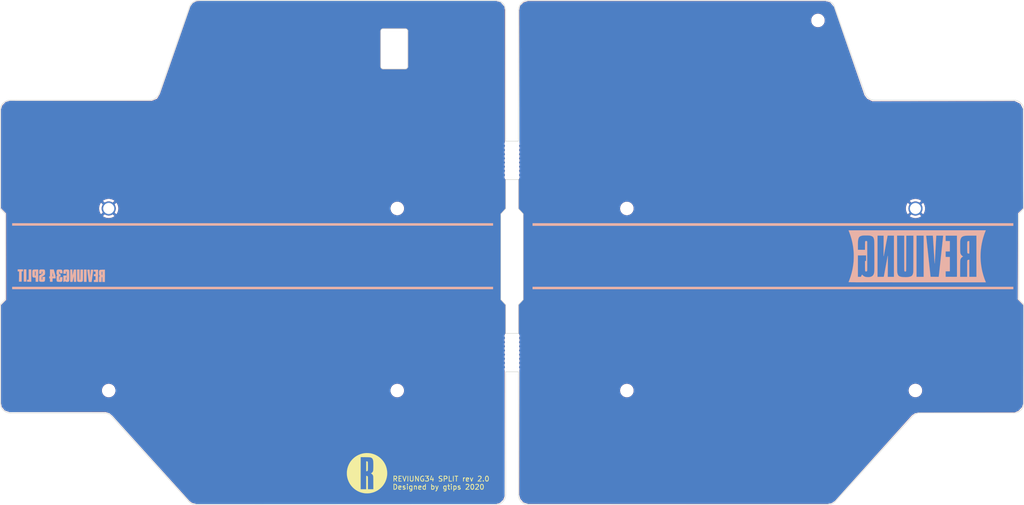
<source format=kicad_pcb>
(kicad_pcb (version 20221018) (generator pcbnew)
  (title_block (title "REVIUNG34-SPLIT-BOTTOM") (date "2020-10-19") (rev "2.0"))
  (layers (0 "F.Cu" signal) (31 "B.Cu" signal) (34 "B.Paste" user) (35 "F.Paste" user) (36 "B.SilkS" user "B.Silkscreen") (37 "F.SilkS" user "F.Silkscreen") (38 "B.Mask" user) (39 "F.Mask" user) (44 "Edge.Cuts" user))
  (net 0 "")
  (net 1 "GND")
  (footprint "_reviung-kbd:MountingHole_2.2mm_M2_Pad" (layer "F.Cu") (at 71.4 91.28)
    (fp_text reference "H1" hide)
    (fp_text value "MountingHole_Pad")
    (pad "1" thru_hole circle (at 0 0) (size 2.8 2.8) (drill 2.2) (layers "*.Cu" "*.Mask") (net 1 "GND"))
  )
  (footprint "_reviung-kbd:R-x4-ver1" (layer "F.Cu") (at 122.55 143.75)
    (fp_text reference "G***" hide)
    (fp_text value "LOGO" hide)
  )
  (footprint "_reviung-kbd:MountingHole_2.2mm_M2_Pad" (layer "F.Cu") (at 231.19 91.29)
    (fp_text reference "H2")
    (fp_text value "MountingHole_Pad")
    (pad "1" thru_hole circle (at 0 0) (size 2.8 2.8) (drill 2.2) (layers "*.Cu" "*.Mask") (net 1 "GND"))
  )
  (footprint "MountingHole:MountingHole_2.2mm_M2" (layer "F.Cu") (at 211.88 54)
    (fp_text reference "REF**")
    (fp_text value "MountingHole_2.2mm_M2")
    (pad "" np_thru_hole circle (at 0 0) (size 2.2 2.2) (drill 2.2) (layers "*.Cu" "*.Mask"))
  )
  (footprint "MountingHole:MountingHole_2.2mm_M2" (layer "F.Cu") (at 231.18 127.37)
    (fp_text reference "REF**")
    (fp_text value "MountingHole_2.2mm_M2")
    (pad "" np_thru_hole circle (at 0 0) (size 2.2 2.2) (drill 2.2) (layers "*.Cu" "*.Mask"))
  )
  (footprint "MountingHole:MountingHole_2.2mm_M2" (layer "F.Cu") (at 174.03 127.38)
    (fp_text reference "REF**")
    (fp_text value "MountingHole_2.2mm_M2")
    (pad "" np_thru_hole circle (at 0 0) (size 2.2 2.2) (drill 2.2) (layers "*.Cu" "*.Mask"))
  )
  (footprint "MountingHole:MountingHole_2.2mm_M2" (layer "F.Cu") (at 174.03 91.28)
    (fp_text reference "REF**")
    (fp_text value "MountingHole_2.2mm_M2")
    (pad "" np_thru_hole circle (at 0 0) (size 2.2 2.2) (drill 2.2) (layers "*.Cu" "*.Mask"))
  )
  (footprint "MountingHole:MountingHole_2.2mm_M2" (layer "F.Cu") (at 128.56 91.28)
    (fp_text reference "REF**")
    (fp_text value "MountingHole_2.2mm_M2")
    (pad "" np_thru_hole circle (at 0 0) (size 2.2 2.2) (drill 2.2) (layers "*.Cu" "*.Mask"))
  )
  (footprint "MountingHole:MountingHole_2.2mm_M2" (layer "F.Cu") (at 128.55 127.38)
    (fp_text reference "REF**")
    (fp_text value "MountingHole_2.2mm_M2")
    (pad "" np_thru_hole circle (at 0 0) (size 2.2 2.2) (drill 2.2) (layers "*.Cu" "*.Mask"))
  )
  (footprint "MountingHole:MountingHole_2.2mm_M2" (layer "F.Cu") (at 71.4 127.38)
    (fp_text reference "REF**")
    (fp_text value "MountingHole_2.2mm_M2")
    (pad "" np_thru_hole circle (at 0 0) (size 2.2 2.2) (drill 2.2) (layers "*.Cu" "*.Mask"))
  )
  (footprint "_reviung-kbd:Stamp_Holes_7.5mm" (layer "F.Cu") (at 150.31 81.76 90)
    (fp_text reference "breakaway" hide)
    (fp_text value "Stamp_Holes_7.5mm")
    (pad "" np_thru_hole circle (at -3.3 0 90) (size 0.6 0.6) (drill 0.6) (layers "*.Cu" "*.Mask"))
    (pad "" np_thru_hole circle (at -2.475 0 90) (size 0.6 0.6) (drill 0.6) (layers "*.Cu" "*.Mask"))
    (pad "" np_thru_hole circle (at -1.65 0 90) (size 0.6 0.6) (drill 0.6) (layers "*.Cu" "*.Mask"))
    (pad "" np_thru_hole circle (at -0.825 0 90) (size 0.6 0.6) (drill 0.6) (layers "*.Cu" "*.Mask"))
    (pad "" np_thru_hole circle (at 0 0 90) (size 0.6 0.6) (drill 0.6) (layers "*.Cu" "*.Mask"))
    (pad "" np_thru_hole circle (at 0.825 0 90) (size 0.6 0.6) (drill 0.6) (layers "*.Cu" "*.Mask"))
    (pad "" np_thru_hole circle (at 1.65 0 90) (size 0.6 0.6) (drill 0.6) (layers "*.Cu" "*.Mask"))
    (pad "" np_thru_hole circle (at 2.475 0 90) (size 0.6 0.6) (drill 0.6) (layers "*.Cu" "*.Mask"))
    (pad "" np_thru_hole circle (at 3.3 0.01 90) (size 0.6 0.6) (drill 0.6) (layers "*.Cu" "*.Mask"))
  )
  (footprint "_reviung-kbd:Stamp_Holes_7.5mm" (layer "F.Cu") (at 152.25 81.76 -90)
    (fp_text reference "breakaway" hide)
    (fp_text value "Stamp_Holes_7.5mm")
    (pad "" np_thru_hole circle (at -3.3 0 270) (size 0.6 0.6) (drill 0.6) (layers "*.Cu" "*.Mask"))
    (pad "" np_thru_hole circle (at -2.475 0 270) (size 0.6 0.6) (drill 0.6) (layers "*.Cu" "*.Mask"))
    (pad "" np_thru_hole circle (at -1.65 0 270) (size 0.6 0.6) (drill 0.6) (layers "*.Cu" "*.Mask"))
    (pad "" np_thru_hole circle (at -0.825 0 270) (size 0.6 0.6) (drill 0.6) (layers "*.Cu" "*.Mask"))
    (pad "" np_thru_hole circle (at 0 0 270) (size 0.6 0.6) (drill 0.6) (layers "*.Cu" "*.Mask"))
    (pad "" np_thru_hole circle (at 0.825 0 270) (size 0.6 0.6) (drill 0.6) (layers "*.Cu" "*.Mask"))
    (pad "" np_thru_hole circle (at 1.65 0 270) (size 0.6 0.6) (drill 0.6) (layers "*.Cu" "*.Mask"))
    (pad "" np_thru_hole circle (at 2.475 0 270) (size 0.6 0.6) (drill 0.6) (layers "*.Cu" "*.Mask"))
    (pad "" np_thru_hole circle (at 3.3 0.01 270) (size 0.6 0.6) (drill 0.6) (layers "*.Cu" "*.Mask"))
  )
  (footprint "_reviung-kbd:Stamp_Holes_7.5mm" (layer "F.Cu") (at 150.31 119.85 90)
    (fp_text reference "breakaway" hide)
    (fp_text value "Stamp_Holes_7.5mm")
    (pad "" np_thru_hole circle (at -3.3 0 90) (size 0.6 0.6) (drill 0.6) (layers "*.Cu" "*.Mask"))
    (pad "" np_thru_hole circle (at -2.475 0 90) (size 0.6 0.6) (drill 0.6) (layers "*.Cu" "*.Mask"))
    (pad "" np_thru_hole circle (at -1.65 0 90) (size 0.6 0.6) (drill 0.6) (layers "*.Cu" "*.Mask"))
    (pad "" np_thru_hole circle (at -0.825 0 90) (size 0.6 0.6) (drill 0.6) (layers "*.Cu" "*.Mask"))
    (pad "" np_thru_hole circle (at 0 0 90) (size 0.6 0.6) (drill 0.6) (layers "*.Cu" "*.Mask"))
    (pad "" np_thru_hole circle (at 0.825 0 90) (size 0.6 0.6) (drill 0.6) (layers "*.Cu" "*.Mask"))
    (pad "" np_thru_hole circle (at 1.65 0 90) (size 0.6 0.6) (drill 0.6) (layers "*.Cu" "*.Mask"))
    (pad "" np_thru_hole circle (at 2.475 0 90) (size 0.6 0.6) (drill 0.6) (layers "*.Cu" "*.Mask"))
    (pad "" np_thru_hole circle (at 3.3 0.01 90) (size 0.6 0.6) (drill 0.6) (layers "*.Cu" "*.Mask"))
  )
  (footprint "_reviung-kbd:Stamp_Holes_7.5mm" (layer "F.Cu") (at 152.25 119.85 -90)
    (fp_text reference "breakaway" hide)
    (fp_text value "Stamp_Holes_7.5mm")
    (pad "" np_thru_hole circle (at -3.3 0 270) (size 0.6 0.6) (drill 0.6) (layers "*.Cu" "*.Mask"))
    (pad "" np_thru_hole circle (at -2.475 0 270) (size 0.6 0.6) (drill 0.6) (layers "*.Cu" "*.Mask"))
    (pad "" np_thru_hole circle (at -1.65 0 270) (size 0.6 0.6) (drill 0.6) (layers "*.Cu" "*.Mask"))
    (pad "" np_thru_hole circle (at -0.825 0 270) (size 0.6 0.6) (drill 0.6) (layers "*.Cu" "*.Mask"))
    (pad "" np_thru_hole circle (at 0 0 270) (size 0.6 0.6) (drill 0.6) (layers "*.Cu" "*.Mask"))
    (pad "" np_thru_hole circle (at 0.825 0 270) (size 0.6 0.6) (drill 0.6) (layers "*.Cu" "*.Mask"))
    (pad "" np_thru_hole circle (at 1.65 0 270) (size 0.6 0.6) (drill 0.6) (layers "*.Cu" "*.Mask"))
    (pad "" np_thru_hole circle (at 2.475 0 270) (size 0.6 0.6) (drill 0.6) (layers "*.Cu" "*.Mask"))
    (pad "" np_thru_hole circle (at 3.3 0.01 270) (size 0.6 0.6) (drill 0.6) (layers "*.Cu" "*.Mask"))
  )
  (footprint "_reviung-kbd:REVIUNG34-split-BP-R-logo-ver2" (layer "B.Cu") (at 99.9 100.75 180)
    (fp_text reference "G***" hide)
    (fp_text value "LOGO" hide)
  )
  (footprint "_reviung-kbd:REVIUNG34-split-BP-L-logo-ver2" (layer "B.Cu") (at 202.95 100.75 180)
    (fp_text reference "G***" hide)
    (fp_text value "LOGO" hide)
  )
  (gr_curve (pts (xy 150.020615 123.660517) (xy 150.020615 123.660517) (xy 152.559887 123.660517) (xy 152.559887 123.660517)) (stroke (width 0.1)) (layer "Edge.Cuts"))
  (gr_curve (pts (xy 148.019768 150.039936) (xy 149.124698 150.040431) (xy 150.020683 149.144846) (xy 150.02068 148.039915)) (stroke (width 0.1)) (layer "Edge.Cuts"))
  (gr_curve (pts (xy 79.514927 69.80054) (xy 79.514927 69.80054) (xy 51.920445 69.80054) (xy 51.920445 69.80054)) (stroke (width 0.1)) (layer "Edge.Cuts"))
  (gr_curve (pts (xy 89.284142 49.999595) (xy 88.434301 49.999574) (xy 87.677241 50.536664) (xy 87.396466 51.33879)) (stroke (width 0.1)) (layer "Edge.Cuts"))
  (gr_line (start 150.020594 110.371233) (end 149.061673 109.346231) (stroke (width 0.1)) (layer "Edge.Cuts"))
  (gr_line (start 149.061673 109.346231) (end 149.061673 92.364236) (stroke (width 0.1)) (layer "Edge.Cuts"))
  (gr_curve (pts (xy 130.151867 63.624604) (xy 130.151867 63.624604) (xy 125.751877 63.624582) (xy 125.751877 63.624582)) (stroke (width 0.1)) (layer "Edge.Cuts"))
  (gr_line (start 152.559909 110.371233) (end 152.559887 116.040526) (stroke (width 0.1)) (layer "Edge.Cuts"))
  (gr_curve (pts (xy 50.938269 109.304998) (xy 50.938269 109.304998) (xy 49.920502 110.33) (xy 49.920502 110.33)) (stroke (width 0.1)) (layer "Edge.Cuts"))
  (gr_line (start 152.559909 91.316776) (end 153.51883 92.364236) (stroke (width 0.1)) (layer "Edge.Cuts"))
  (gr_curve (pts (xy 125.751877 55.624597) (xy 125.751877 55.624597) (xy 130.151888 55.624597) (xy 130.151888 55.624597)) (stroke (width 0.1)) (layer "Edge.Cuts"))
  (gr_curve (pts (xy 213.82715 150.013387) (xy 214.392592 150.013134) (xy 214.931502 149.77354) (xy 215.310493 149.35391)) (stroke (width 0.1)) (layer "Edge.Cuts"))
  (gr_curve (pts (xy 154.560721 150.039936) (xy 154.560721 150.039936) (xy 213.82715 150.013387) (xy 213.82715 150.013387)) (stroke (width 0.1)) (layer "Edge.Cuts"))
  (gr_line (start 150.020594 85.560517) (end 152.559909 85.560517) (stroke (width 0.1)) (layer "Edge.Cuts"))
  (gr_curve (pts (xy 152.559816 148.039922) (xy 152.559813 149.144848) (xy 153.455794 150.040431) (xy 154.560721 150.039936)) (stroke (width 0.1)) (layer "Edge.Cuts"))
  (gr_curve (pts (xy 88.75336 150.013387) (xy 88.75336 150.013387) (xy 148.019768 150.039936) (xy 148.019768 150.039936)) (stroke (width 0.1)) (layer "Edge.Cuts"))
  (gr_line (start 149.061673 92.364236) (end 150.020594 91.316776) (stroke (width 0.1)) (layer "Edge.Cuts"))
  (gr_curve (pts (xy 221.1779 68.461345) (xy 221.1779 68.461345) (xy 215.184036 51.33879) (xy 215.184036 51.33879)) (stroke (width 0.1)) (layer "Edge.Cuts"))
  (gr_line (start 152.559909 85.560517) (end 152.559909 91.316776) (stroke (width 0.1)) (layer "Edge.Cuts"))
  (gr_curve (pts (xy 130.151888 55.624597) (xy 130.428013 55.624597) (xy 130.651879 55.848463) (xy 130.651879 56.124588)) (stroke (width 0.1)) (layer "Edge.Cuts"))
  (gr_curve (pts (xy 154.559916 49.999617) (xy 153.455342 49.999617) (xy 152.559909 50.895051) (xy 152.559909 51.999625)) (stroke (width 0.1)) (layer "Edge.Cuts"))
  (gr_curve (pts (xy 215.310493 149.35391) (xy 215.310493 149.35391) (xy 230.568441 132.495837) (xy 230.568441 132.495837)) (stroke (width 0.1)) (layer "Edge.Cuts"))
  (gr_curve (pts (xy 152.559909 77.940526) (xy 152.559909 77.940526) (xy 150.020594 77.940526) (xy 150.020594 77.940526)) (stroke (width 0.1)) (layer "Edge.Cuts"))
  (gr_curve (pts (xy 87.270004 149.353904) (xy 87.648999 149.773538) (xy 88.187914 150.013134) (xy 88.75336 150.013387)) (stroke (width 0.1)) (layer "Edge.Cuts"))
  (gr_curve (pts (xy 130.651879 56.124588) (xy 130.651879 56.124588) (xy 130.651879 63.124591) (xy 130.651879 63.124591)) (stroke (width 0.1)) (layer "Edge.Cuts"))
  (gr_curve (pts (xy 223.06557 69.80054) (xy 222.215725 69.80054) (xy 221.458687 69.263464) (xy 221.1779 68.461345)) (stroke (width 0.1)) (layer "Edge.Cuts"))
  (gr_curve (pts (xy 230.568441 132.495837) (xy 230.947595 132.076921) (xy 231.486253 131.837926) (xy 232.051273 131.837925)) (stroke (width 0.1)) (layer "Edge.Cuts"))
  (gr_curve (pts (xy 49.920438 71.800547) (xy 49.920438 71.800547) (xy 49.920438 91.275543) (xy 49.920438 91.275543)) (stroke (width 0.1)) (layer "Edge.Cuts"))
  (gr_line (start 153.51883 109.346231) (end 152.559909 110.371233) (stroke (width 0.1)) (layer "Edge.Cuts"))
  (gr_curve (pts (xy 252.660065 91.275543) (xy 252.660065 91.275543) (xy 252.660065 71.800547) (xy 252.660065 71.800547)) (stroke (width 0.1)) (layer "Edge.Cuts"))
  (gr_curve (pts (xy 50.938269 92.323003) (xy 50.938269 92.323003) (xy 50.938269 109.304998) (xy 50.938269 109.304998)) (stroke (width 0.1)) (layer "Edge.Cuts"))
  (gr_line (start 152.559887 116.040526) (end 150.020615 116.040526) (stroke (width 0.1)) (layer "Edge.Cuts"))
  (gr_curve (pts (xy 150.020594 77.940526) (xy 150.020594 77.940526) (xy 150.020594 51.999624) (xy 150.020594 51.999624)) (stroke (width 0.1)) (layer "Edge.Cuts"))
  (gr_curve (pts (xy 130.651879 63.124591) (xy 130.651879 63.400737) (xy 130.428013 63.624604) (xy 130.151867 63.624604)) (stroke (width 0.1)) (layer "Edge.Cuts"))
  (gr_curve (pts (xy 49.920416 129.837894) (xy 49.920411 130.943968) (xy 50.818184 131.840025) (xy 51.924256 131.837903)) (stroke (width 0.1)) (layer "Edge.Cuts"))
  (gr_curve (pts (xy 125.751877 63.624582) (xy 125.475731 63.624582) (xy 125.251886 63.400737) (xy 125.251886 63.124591)) (stroke (width 0.1)) (layer "Edge.Cuts"))
  (gr_curve (pts (xy 252.660065 71.800547) (xy 252.660065 70.695974) (xy 251.764631 69.80054) (xy 250.660058 69.80054)) (stroke (width 0.1)) (layer "Edge.Cuts"))
  (gr_curve (pts (xy 150.020594 51.999624) (xy 150.020594 50.895051) (xy 149.12516 49.999617) (xy 148.020587 49.999617)) (stroke (width 0.1)) (layer "Edge.Cuts"))
  (gr_curve (pts (xy 152.559909 51.999625) (xy 152.559909 51.999625) (xy 152.559909 77.940526) (xy 152.559909 77.940526)) (stroke (width 0.1)) (layer "Edge.Cuts"))
  (gr_curve (pts (xy 49.920438 91.275543) (xy 49.920438 91.275543) (xy 50.938269 92.323003) (xy 50.938269 92.323003)) (stroke (width 0.1)) (layer "Edge.Cuts"))
  (gr_curve (pts (xy 232.051273 131.837925) (xy 232.051273 131.837925) (xy 250.656247 131.837903) (xy 250.656247 131.837903)) (stroke (width 0.1)) (layer "Edge.Cuts"))
  (gr_curve (pts (xy 125.251886 56.124588) (xy 125.251886 55.848442) (xy 125.475752 55.624597) (xy 125.751877 55.624597)) (stroke (width 0.1)) (layer "Edge.Cuts"))
  (gr_curve (pts (xy 125.251886 63.124591) (xy 125.251886 63.124591) (xy 125.251886 56.124588) (xy 125.251886 56.124588)) (stroke (width 0.1)) (layer "Edge.Cuts"))
  (gr_curve (pts (xy 87.396466 51.33879) (xy 87.396466 51.33879) (xy 81.402605 68.461341) (xy 81.402605 68.461341)) (stroke (width 0.1)) (layer "Edge.Cuts"))
  (gr_curve (pts (xy 250.660058 69.80054) (xy 250.660058 69.80054) (xy 223.06557 69.80054) (xy 223.06557 69.80054)) (stroke (width 0.1)) (layer "Edge.Cuts"))
  (gr_curve (pts (xy 251.642233 109.304998) (xy 251.642233 109.304998) (xy 251.642233 92.323003) (xy 251.642233 92.323003)) (stroke (width 0.1)) (layer "Edge.Cuts"))
  (gr_line (start 150.020615 116.040526) (end 150.020594 110.371233) (stroke (width 0.1)) (layer "Edge.Cuts"))
  (gr_curve (pts (xy 152.559887 123.660517) (xy 152.559887 123.660517) (xy 152.559816 148.039922) (xy 152.559816 148.039922)) (stroke (width 0.1)) (layer "Edge.Cuts"))
  (gr_curve (pts (xy 72.012062 132.495837) (xy 72.012062 132.495837) (xy 87.270004 149.353904) (xy 87.270004 149.353904)) (stroke (width 0.1)) (layer "Edge.Cuts"))
  (gr_line (start 153.51883 92.364236) (end 153.51883 109.346231) (stroke (width 0.1)) (layer "Edge.Cuts"))
  (gr_line (start 150.020594 91.316776) (end 150.020594 85.560517) (stroke (width 0.1)) (layer "Edge.Cuts"))
  (gr_curve (pts (xy 252.660087 129.837894) (xy 252.660087 129.837894) (xy 252.66 110.33) (xy 252.66 110.33)) (stroke (width 0.1)) (layer "Edge.Cuts"))
  (gr_curve (pts (xy 81.402605 68.461341) (xy 81.121817 69.263462) (xy 80.364775 69.80054) (xy 79.514927 69.80054)) (stroke (width 0.1)) (layer "Edge.Cuts"))
  (gr_curve (pts (xy 49.920502 110.33) (xy 49.920502 110.33) (xy 49.920416 129.837894) (xy 49.920416 129.837894)) (stroke (width 0.1)) (layer "Edge.Cuts"))
  (gr_curve (pts (xy 70.529229 131.837925) (xy 71.09425 131.837926) (xy 71.632908 132.076921) (xy 72.012062 132.495837)) (stroke (width 0.1)) (layer "Edge.Cuts"))
  (gr_curve (pts (xy 250.656247 131.837903) (xy 251.762318 131.840025) (xy 252.660091 130.943968) (xy 252.660087 129.837894)) (stroke (width 0.1)) (layer "Edge.Cuts"))
  (gr_curve (pts (xy 213.296361 49.999595) (xy 213.296361 49.999595) (xy 154.559916 49.999617) (xy 154.559916 49.999617)) (stroke (width 0.1)) (layer "Edge.Cuts"))
  (gr_curve (pts (xy 251.642233 92.323003) (xy 251.642233 92.323003) (xy 252.660065 91.275543) (xy 252.660065 91.275543)) (stroke (width 0.1)) (layer "Edge.Cuts"))
  (gr_curve (pts (xy 148.020587 49.999617) (xy 148.020587 49.999617) (xy 89.284142 49.999595) (xy 89.284142 49.999595)) (stroke (width 0.1)) (layer "Edge.Cuts"))
  (gr_curve (pts (xy 51.924256 131.837903) (xy 51.924256 131.837903) (xy 70.529229 131.837925) (xy 70.529229 131.837925)) (stroke (width 0.1)) (layer "Edge.Cuts"))
  (gr_curve (pts (xy 252.66 110.33) (xy 252.66 110.33) (xy 251.642233 109.304998) (xy 251.642233 109.304998)) (stroke (width 0.1)) (layer "Edge.Cuts"))
  (gr_curve (pts (xy 150.02068 148.039915) (xy 150.02068 148.039915) (xy 150.020615 123.660517) (xy 150.020615 123.660517)) (stroke (width 0.1)) (layer "Edge.Cuts"))
  (gr_curve (pts (xy 215.184036 51.33879) (xy 214.903261 50.536664) (xy 214.146201 49.999574) (xy 213.296361 49.999595)) (stroke (width 0.1)) (layer "Edge.Cuts"))
  (gr_curve (pts (xy 51.920445 69.80054) (xy 50.815871 69.80054) (xy 49.920438 70.695974) (xy 49.920438 71.800547)) (stroke (width 0.1)) (layer "Edge.Cuts"))
  (gr_text "REVIUNG34 SPLIT rev 2.0\nDesigned by gtips 2020" (at 127.55 145.7) (layer "F.SilkS") (effects (font (size 1 1)) (justify left)))
  (zone (net 1) (net_name "GND") (layer "F.Cu") (connect_pads (clearance 0.35)) (min_thickness 0.254) (fill yes (thermal_gap 0.508) (thermal_bridge_width 0.508))
    (polygon (pts (xy 148.975 50.4) (xy 149.725 51.25) (xy 149.875 51.95) (xy 149.85 78.15) (xy 152.775 78.175) (xy 152.725 51.95) (xy 152.9 51.125) (xy 153.575 50.425) (xy 154.425 50.175) (xy 213.35 50.175) (xy 214.25 50.4) (xy 215 51.3) (xy 221.075 68.825) (xy 221.6 69.525) (xy 222.625 70.025) (xy 250.85 70) (xy 251.95 70.525) (xy 252.45 71.525) (xy 252.5 91.125) (xy 252.5 91.225) (xy 251.5 92.225) (xy 251.425 109.3) (xy 252.5 110.4) (xy 252.5 130) (xy 252.275 130.675) (xy 251.6 131.4) (xy 250.85 131.7) (xy 231.825 131.7) (xy 231.075 131.875) (xy 230.475 132.3) (xy 215.225 149.225) (xy 214.6 149.675) (xy 213.75 149.85) (xy 154.475 149.85) (xy 153.525 149.55) (xy 152.95 148.85) (xy 152.725 148.075) (xy 152.75 123.475) (xy 149.825 123.475) (xy 149.8 148.275) (xy 149.55 149) (xy 148.875 149.65) (xy 148.1 149.875) (xy 88.825 149.85) (xy 87.925 149.65) (xy 87.425 149.275) (xy 72.15 132.35) (xy 71.55 131.85) (xy 70.8 131.65) (xy 51.775 131.65) (xy 50.825 131.325) (xy 50.25 130.625) (xy 50.075 129.85) (xy 50.075 110.45) (xy 51.1 109.4) (xy 51.1 92.25) (xy 50.075 91.225) (xy 50.075 71.675) (xy 50.325 70.875) (xy 50.975 70.2) (xy 51.825 69.95) (xy 79.95 69.95) (xy 80.975 69.525) (xy 81.55 68.6) (xy 87.625 51.2) (xy 88.075 50.6) (xy 88.725 50.225) (xy 89.5 50.15) (xy 148.1 50.15)))
  )
  (zone (net 1) (net_name "GND") (layer "B.Cu") (connect_pads (clearance 0.35)) (min_thickness 0.254) (fill yes (thermal_gap 0.508) (thermal_bridge_width 0.508))
    (polygon (pts (xy 149 50.4) (xy 149.725 51.225) (xy 149.85 51.95) (xy 149.85 78.125) (xy 152.75 78.175) (xy 152.725 51.95) (xy 152.9 51.1) (xy 153.575 50.45) (xy 154.45 50.175) (xy 213.325 50.175) (xy 214.275 50.425) (xy 215.025 51.3) (xy 221.075 68.85) (xy 221.625 69.55) (xy 222.6 70.05) (xy 250.85 70) (xy 251.95 70.55) (xy 252.475 71.55) (xy 252.5 91.225) (xy 251.5 92.2) (xy 251.425 109.325) (xy 252.525 110.45) (xy 252.5 130) (xy 252.275 130.675) (xy 251.6 131.375) (xy 250.875 131.7) (xy 231.825 131.725) (xy 231.075 131.875) (xy 230.475 132.275) (xy 215.225 149.25) (xy 214.6 149.675) (xy 213.75 149.85) (xy 154.475 149.85) (xy 153.55 149.55) (xy 152.95 148.85) (xy 152.725 148.075) (xy 152.75 123.5) (xy 149.8 123.475) (xy 149.8 148.3) (xy 149.525 149.025) (xy 148.875 149.65) (xy 148.075 149.875) (xy 88.8 149.875) (xy 87.9 149.625) (xy 87.425 149.275) (xy 72.125 132.35) (xy 71.55 131.875) (xy 70.8 131.625) (xy 51.775 131.65) (xy 50.825 131.325) (xy 50.25 130.625) (xy 50.075 129.875) (xy 50.075 110.45) (xy 51.125 109.4) (xy 51.1 92.25) (xy 50.075 91.2) (xy 50.075 71.675) (xy 50.325 70.9) (xy 50.975 70.2) (xy 51.8 69.95) (xy 51.825 69.95) (xy 79.95 69.975) (xy 81.025 69.525) (xy 81.55 68.6) (xy 87.6 51.225) (xy 88.075 50.575) (xy 88.75 50.225) (xy 89.5 50.15) (xy 148.1 50.15)))
  )
)
</source>
